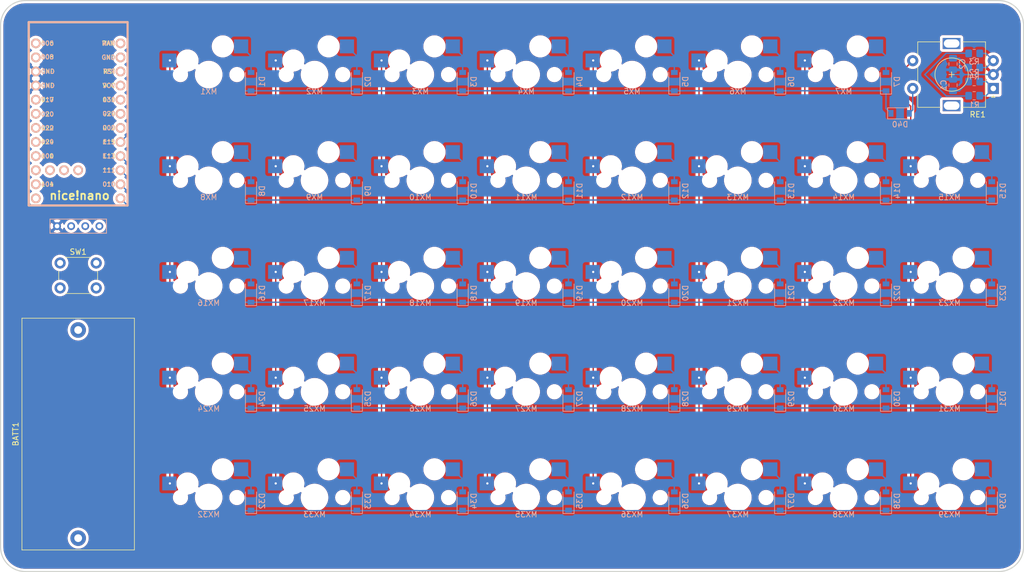
<source format=kicad_pcb>
(kicad_pcb (version 20211014) (generator pcbnew)
  (layers (0 "F.Cu" signal) (31 "B.Cu" signal) (34 "B.Paste" user) (35 "F.Paste" user) (36 "B.SilkS" user "B.Silkscreen") (37 "F.SilkS" user "F.Silkscreen") (38 "B.Mask" user) (39 "F.Mask" user) (44 "Edge.Cuts" user))
  (net 0 "")
  (net 1 "row0")
  (net 2 "row1")
  (net 3 "row2")
  (net 4 "Net-(D23-Pad2)")
  (net 5 "row3")
  (net 6 "row4")
  (net 7 "Net-(D40-Pad2)")
  (net 8 "col0")
  (net 9 "col1")
  (net 10 "col2")
  (net 11 "col3")
  (net 12 "col4")
  (net 13 "col5")
  (net 14 "Net-(BATT1-Pad1)")
  (net 15 "Net-(BATT1-Pad2)")
  (net 16 "RE_A")
  (net 17 "RE_B")
  (net 18 "VCC")
  (net 19 "Net-(RE1-PadA)")
  (net 20 "Net-(SW1-Pad1)")
  (net 21 "Earth")
  (net 22 "Net-(D1-Pad2)")
  (net 23 "Net-(D2-Pad2)")
  (net 24 "Net-(D3-Pad2)")
  (net 25 "Net-(D4-Pad2)")
  (net 26 "Net-(D5-Pad2)")
  (net 27 "Net-(D6-Pad2)")
  (net 28 "Net-(D7-Pad2)")
  (net 29 "Net-(D8-Pad2)")
  (net 30 "Net-(D9-Pad2)")
  (net 31 "Net-(D10-Pad2)")
  (net 32 "Net-(D11-Pad2)")
  (net 33 "Net-(D12-Pad2)")
  (net 34 "Net-(D13-Pad2)")
  (net 35 "Net-(D14-Pad2)")
  (net 36 "Net-(D15-Pad2)")
  (net 37 "Net-(D16-Pad2)")
  (net 38 "Net-(D17-Pad2)")
  (net 39 "Net-(D18-Pad2)")
  (net 40 "Net-(D19-Pad2)")
  (net 41 "Net-(D20-Pad2)")
  (net 42 "Net-(D21-Pad2)")
  (net 43 "Net-(D22-Pad2)")
  (net 44 "Net-(D24-Pad2)")
  (net 45 "Net-(D25-Pad2)")
  (net 46 "Net-(D26-Pad2)")
  (net 47 "Net-(D27-Pad2)")
  (net 48 "Net-(D28-Pad2)")
  (net 49 "Net-(D29-Pad2)")
  (net 50 "Net-(D30-Pad2)")
  (net 51 "Net-(D31-Pad2)")
  (net 52 "Net-(D32-Pad2)")
  (net 53 "Net-(D33-Pad2)")
  (net 54 "Net-(D34-Pad2)")
  (net 55 "Net-(D35-Pad2)")
  (net 56 "Net-(D36-Pad2)")
  (net 57 "Net-(D37-Pad2)")
  (net 58 "Net-(D38-Pad2)")
  (net 59 "Net-(D39-Pad2)")
  (net 60 "col6")
  (net 61 "col7")
  (net 62 "Net-(U1-Pad2)")
  (net 63 "Net-(U1-Pad1)")
  (net 64 "Net-(R3-Pad2)")
  (footprint "MX_Only:MXOnly-1U-Hotswap-NoLED" (layer "F.Cu") (at 98.425 31.75)
    (fp_text reference "MX3")
    (fp_text value "MX-NoLED")
  )
  (footprint "MX_Only:MXOnly-1U-Hotswap-NoLED" (layer "F.Cu") (at 117.475 69.85)
    (fp_text reference "MX19")
    (fp_text value "MX-NoLED")
  )
  (footprint "MX_Only:MXOnly-1U-Hotswap-NoLED" (layer "F.Cu") (at 174.625 88.9)
    (fp_text reference "MX30")
    (fp_text value "MX-NoLED")
  )
  (footprint "MX_Only:MXOnly-1U-Hotswap-NoLED" (layer "F.Cu") (at 155.575 88.9)
    (fp_text reference "MX29")
    (fp_text value "MX-NoLED")
  )
  (footprint "MX_Only:MXOnly-1U-Hotswap-NoLED" (layer "F.Cu") (at 117.475 107.95)
    (fp_text reference "MX35")
    (fp_text value "MX-NoLED")
  )
  (footprint "MX_Only:MXOnly-1U-Hotswap-NoLED" (layer "F.Cu") (at 60.325 31.75)
    (fp_text reference "MX1")
    (fp_text value "MX-NoLED")
  )
  (footprint "MX_Only:MXOnly-1U-Hotswap-NoLED" (layer "F.Cu") (at 136.525 69.85)
    (fp_text reference "MX20")
    (fp_text value "MX-NoLED")
  )
  (footprint "yuchi_kbd_lib:OLED_4Pin" (layer "F.Cu") (at 36.83 59.055)
    (fp_text reference "OLED1" hide)
    (fp_text value "Conn_01x04" hide)
  )
  (footprint "MX_Only:MXOnly-1U-Hotswap-NoLED" (layer "F.Cu") (at 117.475 31.75)
    (fp_text reference "MX4")
    (fp_text value "MX-NoLED")
  )
  (footprint "MX_Only:MXOnly-1U-Hotswap-NoLED" (layer "F.Cu") (at 155.575 107.95)
    (fp_text reference "MX37")
    (fp_text value "MX-NoLED")
  )
  (footprint "Button_Switch_THT:SW_PUSH_6mm_H5mm" (layer "F.Cu") (at 33.58 65.695)
    (fp_text reference "SW1")
    (fp_text value "SW_Push_Dual")
  )
  (footprint "MX_Only:MXOnly-1U-Hotswap-NoLED" (layer "F.Cu") (at 155.575 69.85)
    (fp_text reference "MX21")
    (fp_text value "MX-NoLED")
  )
  (footprint "MX_Only:MXOnly-1U-Hotswap-NoLED" (layer "F.Cu") (at 98.425 69.85)
    (fp_text reference "MX18")
    (fp_text value "MX-NoLED")
  )
  (footprint "MX_Only:MXOnly-1U-Hotswap-NoLED" (layer "F.Cu") (at 174.625 50.8)
    (fp_text reference "MX14")
    (fp_text value "MX-NoLED")
  )
  (footprint "MX_Only:MXOnly-1U-Hotswap-NoLED" (layer "F.Cu") (at 98.425 107.95)
    (fp_text reference "MX34")
    (fp_text value "MX-NoLED")
  )
  (footprint "MX_Only:MXOnly-1U-Hotswap-NoLED" (layer "F.Cu") (at 98.425 50.8)
    (fp_text reference "MX10")
    (fp_text value "MX-NoLED")
  )
  (footprint "MX_Only:MXOnly-1U-Hotswap-NoLED" (layer "F.Cu") (at 60.325 69.85)
    (fp_text reference "MX16")
    (fp_text value "MX-NoLED")
  )
  (footprint "MX_Only:MXOnly-1U-Hotswap-NoLED" (layer "F.Cu") (at 136.525 31.75)
    (fp_text reference "MX5")
    (fp_text value "MX-NoLED")
  )
  (footprint "MX_Only:MXOnly-1U-Hotswap-NoLED" (layer "F.Cu") (at 193.675 69.85)
    (fp_text reference "MX23")
    (fp_text value "MX-NoLED")
  )
  (footprint "MX_Only:MXOnly-1U-Hotswap-NoLED" (layer "F.Cu") (at 79.375 31.75)
    (fp_text reference "MX2")
    (fp_text value "MX-NoLED")
  )
  (footprint "MX_Only:MXOnly-1U-Hotswap-NoLED" (layer "F.Cu") (at 60.325 88.9)
    (fp_text reference "MX24")
    (fp_text value "MX-NoLED")
  )
  (footprint "MX_Only:MXOnly-1U-Hotswap-NoLED" (layer "F.Cu") (at 155.575 31.75)
    (fp_text reference "MX6")
    (fp_text value "MX-NoLED")
  )
  (footprint "MX_Only:MXOnly-1U-Hotswap-NoLED" (layer "F.Cu") (at 117.475 50.8)
    (fp_text reference "MX11")
    (fp_text value "MX-NoLED")
  )
  (footprint "MX_Only:MXOnly-1U-Hotswap-NoLED" (layer "F.Cu") (at 174.625 31.75)
    (fp_text reference "MX7")
    (fp_text value "MX-NoLED")
  )
  (footprint "MX_Only:MXOnly-1U-Hotswap-NoLED" (layer "F.Cu") (at 155.575 50.8)
    (fp_text reference "MX13")
    (fp_text value "MX-NoLED")
  )
  (footprint "MX_Only:MXOnly-1U-Hotswap-NoLED" (layer "F.Cu") (at 79.375 88.9)
    (fp_text reference "MX25")
    (fp_text value "MX-NoLED")
  )
  (footprint "MX_Only:MXOnly-1U-Hotswap-NoLED" (layer "F.Cu") (at 117.475 88.9)
    (fp_text reference "MX27")
    (fp_text value "MX-NoLED")
  )
  (footprint "MX_Only:MXOnly-1U-Hotswap-NoLED" (layer "F.Cu") (at 193.675 50.8)
    (fp_text reference "MX15")
    (fp_text value "MX-NoLED")
  )
  (footprint "MX_Only:MXOnly-1U-Hotswap-NoLED" (layer "F.Cu") (at 79.375 50.8)
    (fp_text reference "MX9")
    (fp_text value "MX-NoLED")
  )
  (footprint "MX_Only:MXOnly-1U-Hotswap-NoLED" (layer "F.Cu") (at 174.625 107.95)
    (fp_text reference "MX38")
    (fp_text value "MX-NoLED")
  )
  (footprint "Capacitor_THT:C_Rect_L41.5mm_W20.0mm_P37.50mm_MKS4" (layer "F.Cu") (at 36.83 115.27 90)
    (fp_text reference "BATT1")
    (fp_text value "Conn_02x01")
  )
  (footprint "MX_Only:MXOnly-1U-Hotswap-NoLED" (layer "F.Cu") (at 60.325 50.8)
    (fp_text reference "MX8")
    (fp_text value "MX-NoLED")
  )
  (footprint "MX_Only:MXOnly-1U-Hotswap-NoLED" (layer "F.Cu") (at 98.425 88.9)
    (fp_text reference "MX26")
    (fp_text value "MX-NoLED")
  )
  (footprint "MX_Only:MXOnly-1U-Hotswap-NoLED" (layer "F.Cu") (at 136.525 107.95)
    (fp_text reference "MX36")
    (fp_text value "MX-NoLED")
  )
  (footprint "MX_Only:MXOnly-1U-Hotswap-NoLED" (layer "F.Cu") (at 136.525 88.9)
    (fp_text reference "MX28")
    (fp_text value "MX-NoLED")
  )
  (footprint "MX_Only:MXOnly-1U-Hotswap-NoLED" (layer "F.Cu") (at 193.675 107.95)
    (fp_text reference "MX39")
    (fp_text value "MX-NoLED")
  )
  (footprint "Rotary_Encoder:RotaryEncoder_Alps_EC11E-Switch_Vertical_H20mm" (layer "F.Cu") (at 201.56 34.25 180)
    (fp_text reference "RE1")
    (fp_text value "RotaryEncoder_Switch")
  )
  (footprint "MX_Only:MXOnly-1U-Hotswap-NoLED" (layer "F.Cu") (at 79.375 107.95)
    (fp_text reference "MX33")
    (fp_text value "MX-NoLED")
  )
  (footprint "MX_Only:MXOnly-1U-Hotswap-NoLED" (layer "F.Cu") (at 79.375 69.85)
    (fp_text reference "MX17")
    (fp_text value "MX-NoLED")
  )
  (footprint "MX_Only:MXOnly-1U-Hotswap-NoLED" (layer "F.Cu") (at 193.675 88.9)
    (fp_text reference "MX31")
    (fp_text value "MX-NoLED")
  )
  (footprint "nice-nano-kicad-master:nice_nano" (layer "F.Cu") (at 36.83 40.08675 -90)
    (fp_text reference "U1" hide)
    (fp_text value "nice_nano" hide)
  )
  (footprint "MX_Only:MXOnly-1U-Hotswap-NoLED" (layer "F.Cu") (at 136.525 50.8)
    (fp_text reference "MX12")
    (fp_text value "MX-NoLED")
  )
  (footprint "MX_Only:MXOnly-1U-Hotswap-NoLED" (layer "F.Cu") (at 60.325 107.95)
    (fp_text reference "MX32")
    (fp_text value "MX-NoLED")
  )
  (footprint "MX_Only:MXOnly-1U-Hotswap-NoLED" (layer "F.Cu") (at 174.625 69.85)
    (fp_text reference "MX22")
    (fp_text value "MX-NoLED")
  )
  (footprint "Diode_SMD:D_SOD-123" (layer "B.Cu") (at 125.095 52.705 90)
    (fp_text reference "D11")
    (fp_text value "D_Small")
  )
  (footprint "Diode_SMD:D_SOD-123" (layer "B.Cu") (at 163.195 33.02 90)
    (fp_text reference "D6")
    (fp_text value "D_Small")
  )
  (footprint "Diode_SMD:D_SOD-123" (layer "B.Cu") (at 163.195 71.12 90)
    (fp_text reference "D21")
    (fp_text value "D_Small")
  )
  (footprint "Diode_SMD:D_SOD-123" (layer "B.Cu") (at 106.045 52.705 90)
    (fp_text reference "D10")
    (fp_text value "D_Small")
  )
  (footprint "Diode_SMD:D_SOD-123" (layer "B.Cu") (at 144.145 90.17 90)
    (fp_text reference "D28")
    (fp_text value "D_Small")
  )
  (footprint "Diode_SMD:D_SOD-123" (layer "B.Cu") (at 106.045 71.12 90)
    (fp_text reference "D18")
    (fp_text value "D_Small")
  )
  (footprint "Diode_SMD:D_SOD-123" (layer "B.Cu") (at 67.945 90.17 90)
    (fp_text reference "D24")
    (fp_text value "D_Small")
  )
  (footprint "Diode_SMD:D_SOD-123" (layer "B.Cu") (at 182.245 90.17 90)
    (fp_text reference "D30")
    (fp_text value "D_Small")
  )
  (footprint "Resistor_SMD:R_0805_2012Metric_Pad1.20x1.40mm_HandSolder" (layer "B.Cu") (at 198.12 30.48)
    (fp_text reference "R4")
    (fp_text value "R_Small")
  )
  (footprint "Diode_SMD:D_SOD-123" (layer "B.Cu") (at 106.045 90.17 90)
    (fp_text reference "D26")
    (fp_text value "D_Small")
  )
  (footprint "Resistor_SMD:R_0805_2012Metric_Pad1.20x1.40mm_HandSolder" (layer "B.Cu") (at 198.12 33.02 180)
    (fp_text reference "R2")
    (fp_text value "R_Small")
  )
  (footprint "Diode_SMD:D_SOD-123" (layer "B.Cu") (at 86.995 33.02 90)
    (fp_text reference "D2")
    (fp_text value "D_Small")
  )
  (footprint "Capacitor_SMD:C_0805_2012Metric_Pad1.18x1.45mm_HandSolder" (layer "B.Cu") (at 194.31 29.845 90)
    (fp_text reference "C2")
    (fp_text value "C_Small")
  )
  (footprint "Diode_SMD:D_SOD-123" (layer "B.Cu") (at 125.095 108.585 90)
    (fp_text reference "D35")
    (fp_text value "D_Small")
  )
  (footprint "Resistor_SMD:R_0805_2012Metric_Pad1.20x1.40mm_HandSolder" (layer "B.Cu") (at 198.12 35.56)
    (fp_text reference "R1")
    (fp_text value "R_Small")
  )
  (footprint "Diode_SMD:D_SOD-123" (layer "B.Cu") (at 86.995 90.17 90)
    (fp_text reference "D25")
    (fp_text value "D_Small")
  )
  (footprint "Diode_SMD:D_SOD-123" (layer "B.Cu") (at 106.045 108.585 90)
    (fp_text reference "D34")
    (fp_text value "D_Small")
  )
  (footprint "Diode_SMD:D_SOD-123" (layer "B.Cu") (at 201.295 52.705 90)
    (fp_text reference "D15")
    (fp_text value "D_Small")
  )
  (footprint "Diode_SMD:D_SOD-123" (layer "B.Cu") (at 182.245 71.12 90)
    (fp_text reference "D22")
    (fp_text value "D_Small")
  )
  (footprint "Diode_SMD:D_SOD-123" (layer "B.Cu") (at 144.145 71.12 90)
    (fp_text reference "D20")
    (fp_text value "D_Small")
  )
  (footprint "Diode_SMD:D_SOD-123" (layer "B.Cu") (at 144.145 52.705 90)
    (fp_text reference "D12")
    (fp_text value "D_Small")
  )
  (footprint "Diode_SMD:D_SOD-123" (layer "B.Cu") (at 67.945 52.705 90)
    (fp_text reference "D8")
    (fp_text value "D_Small")
  )
  (footprint "Diode_SMD:D_SOD-123" (layer "B.Cu") (at 163.195 108.585 90)
    (fp_text reference "D37")
    (fp_text value "D_Small")
  )
  (footprint "Diode_SMD:D_SOD-123" (layer "B.Cu") (at 86.995 108.585 90)
    (fp_text reference "D33")
    (fp_text value "D_Small")
  )
  (footprint "Diode_SMD:D_SOD-123" (layer "B.Cu") (at 67.945 33.02 90)
    (fp_text reference "D1")
    (fp_text value "D_Small")
  )
  (footprint "Diode_SMD:D_SOD-123" (layer "B.Cu") (at 125.095 90.17 90)
    (fp_text reference "D27")
    (fp_text value "D_Small")
  )
  (footprint "Diode_SMD:D_SOD-123" (layer "B.Cu") (at 106.045 33.02 90)
    (fp_text reference "D3")
    (fp_text value "D_Small")
  )
  (footprint "Diode_SMD:D_SOD-123" (layer "B.Cu") (at 182.245 108.585 90)
    (fp_text reference "D38")
    (fp_text value "D_Small")
  )
  (footprint "Diode_SMD:D_SOD-123" (layer "B.Cu") (at 201.295 108.585 90)
    (fp_text reference "D39")
    (fp_text value "D_Small")
  )
  (footprint "Diode_SMD:D_SOD-123" (layer "B.Cu") (at 163.195 52.705 90)
    (fp_text reference "D13")
    (fp_text value "D_Small")
  )
  (footprint "Diode_SMD:D_SOD-123" (layer "B.Cu") (at 144.145 33.02 90)
    (fp_text reference "D5")
    (fp_text value "D_Small")
  )
  (footprint "Diode_SMD:D_SOD-123" (layer "B.Cu") (at 182.245 33.02 90)
    (fp_text reference "D7")
    (fp_text value "D_Small")
  )
  (footprint "Diode_SMD:D_SOD-123" (layer "B.Cu") (at 163.195 90.17 90)
    (fp_text reference "D29")
    (fp_text value "D_Small")
  )
  (footprint "Diode_SMD:D_SOD-123" (layer "B.Cu") (at 86.995 52.705 90)
    (fp_text reference "D9")
    (fp_text value "D_Small")
  )
  (footprint "Capacitor_SMD:C_0805_2012Metric_Pad1.18x1.45mm_HandSolder" (layer "B.Cu") (at 194.31 33.655 -90)
    (fp_text reference "C1")
    (fp_text value "C_Small")
  )
  (footprint "Diode_SMD:D_SOD-123" (layer "B.Cu") (at 144.145 108.585 90)
    (fp_text reference "D36")
    (fp_text value "D_Small")
  )
  (footprint "Diode_SMD:D_SOD-123" (layer "B.Cu") (at 125.095 33.02 90)
    (fp_text reference "D4")
    (fp_text value "D_Small")
  )
  (footprint "Diode_SMD:D_SOD-123" (layer "B.Cu") (at 67.945 108.585 90)
    (fp_text reference "D32")
    (fp_text value "D_Small")
  )
  (footprint "Diode_SMD:D_SOD-123" (layer "B.Cu") (at 201.295 71.12 90)
    (fp_text reference "D23")
    (fp_text value "D_Small")
  )
  (footprint "Diode_SMD:D_SOD-123" (layer "B.Cu") (at 201.295 90.17 90)
    (fp_text reference "D31")
    (fp_text value "D_Small")
  )
  (footprint "Diode_SMD:D_SOD-123" (layer "B.Cu") (at 182.245 52.705 90)
    (fp_text reference "D14")
    (fp_text value "D_Small")
  )
  (footprint "Diode_SMD:D_SOD-123" (layer "B.Cu") (at 125.095 71.12 90)
    (fp_text reference "D19")
    (fp_text value "D_Small")
  )
  (footprint "Diode_SMD:D_SOD-123" (layer "B.Cu") (at 67.945 71.12 90)
    (fp_text reference "D16")
    (fp_text value "D_Small")
  )
  (footprint "Diode_SMD:D_SOD-123" (layer "B.Cu") (at 86.995 71.12 90)
    (fp_text reference "D17")
    (fp_text value "D_Small")
  )
  (footprint "Diode_SMD:D_SOD-123" (layer "B.Cu") (at 184.785 38.735)
    (fp_text reference "D40")
    (fp_text value "D_Small")
  )
  (footprint "Resistor_SMD:R_0805_2012Metric_Pad1.20x1.40mm_HandSolder" (layer "B.Cu") (at 198.12 27.94)
    (fp_text reference "R3")
    (fp_text value "R_Small")
  )
  (gr_arc (start 202.565 18.415) (mid 205.708089 19.71691) (end 207.01 22.86) (layer "Edge.Cuts") (width 0.2))
  (gr_arc (start 27.305 121.285) (mid 24.161911 119.98309) (end 22.86 116.84) (layer "Edge.Cuts") (width 0.2))
  (gr_arc (start 207.01 116.84) (mid 205.70809 119.983089) (end 202.565 121.285) (layer "Edge.Cuts") (width 0.2))
  (gr_line (start 27.305 18.415) (end 202.565 18.415) (layer "Edge.Cuts") (width 0.2))
  (gr_line (start 207.01 22.86) (end 207.01 116.84) (layer "Edge.Cuts") (width 0.2))
  (gr_line (start 202.565 121.285) (end 27.305 121.285) (layer "Edge.Cuts") (width 0.2))
  (gr_line (start 22.86 116.84) (end 22.86 22.86) (layer "Edge.Cuts") (width 0.2))
  (gr_arc (start 22.86 22.86) (mid 24.16191 19.716911) (end 27.305 18.415) (layer "Edge.Cuts") (width 0.2))
  (segment (start 67.945 34.67) (end 53.67675 34.67) (width 0.25) (layer "B.Cu") (net 1))
  (segment (start 67.945 34.67) (end 182.245 34.67) (width 0.25) (layer "B.Cu") (net 1))
  (segment (start 182.245 34.67) (end 182.245 37.845) (width 0.25) (layer "B.Cu") (net 1))
  (segment (start 182.245 37.845) (end 183.135 38.735) (width 0.25) (layer "B.Cu") (net 1))
  (segment (start 53.67675 34.67) (end 44.45 43.89675) (width 0.25) (layer "B.Cu") (net 1))
  (segment (start 67.945 54.355) (end 201.295 54.355) (width 0.25) (layer "B.Cu") (net 2))
  (segment (start 67.945 54.355) (end 52.36825 54.355) (width 0.25) (layer "B.Cu") (net 2))
  (segment (start 52.36825 54.355) (end 44.45 46.43675) (width 0.25) (layer "B.Cu") (net 2))
  (segment (start 67.945 72.77) (end 201.295 72.77) (width 0.25) (layer "B.Cu") (net 3))
  (segment (start 67.945 72.77) (end 51.815 72.77) (width 0.25) (layer "B.Cu") (net 3))
  (segment (start 48.52404 69.47904) (end 48.52404 53.05079) (width 0.25) (layer "B.Cu") (net 3))
  (segment (start 48.52404 53.05079) (end 44.45 48.97675) (width 0.25) (layer "B.Cu") (net 3))
  (segment (start 51.815 72.77) (end 48.52404 69.47904) (width 0.25) (layer "B.Cu") (net 3))
  (segment (start 201.295 69.47) (end 201.295 66.548) (width 0.25) (layer "B.Cu") (net 4))
  (segment (start 201.295 66.548) (end 199.517 64.77) (width 0.25) (layer "B.Cu") (net 4))
  (segment (start 67.945 91.82) (end 201.295 91.82) (width 0.25) (layer "B.Cu") (net 5))
  (segment (start 67.945 91.82) (end 51.815 91.82) (width 0.25) (layer "B.Cu") (net 5))
  (segment (start 48.07452 55.14127) (end 44.45 51.51675) (width 0.25) (layer "B.Cu") (net 5))
  (segment (start 48.07452 88.07952) (end 48.07452 55.14127) (width 0.25) (layer "B.Cu") (net 5))
  (segment (start 51.815 91.82) (end 48.07452 88.07952) (width 0.25) (layer "B.Cu") (net 5))
  (segment (start 67.945 110.235) (end 68.028421 110.318421) (width 0.25) (layer "B.Cu") (net 6))
  (segment (start 47.625 57.23175) (end 44.45 54.05675) (width 0.25) (layer "B.Cu") (net 6))
  (segment (start 68.028421 110.318421) (end 201.211579 110.318421) (width 0.25) (layer "B.Cu") (net 6))
  (segment (start 201.211579 110.318421) (end 201.295 110.235) (width 0.25) (layer "B.Cu") (net 6))
  (segment (start 47.625 106.045) (end 47.625 57.23175) (width 0.25) (layer "B.Cu") (net 6))
  (segment (start 67.945 110.235) (end 67.861579 110.318421) (width 0.25) (layer "B.Cu") (net 6))
  (segment (start 51.898421 110.318421) (end 47.625 106.045) (width 0.25) (layer "B.Cu") (net 6))
  (segment (start 67.861579 110.318421) (end 51.898421 110.318421) (width 0.25) (layer "B.Cu") (net 6))
  (segment (start 187.06 34.25) (end 187.06 38.11) (width 0.25) (layer "B.Cu") (net 7))
  (segment (start 187.06 38.11) (end 186.435 38.735) (width 0.25) (layer "B.Cu") (net 7))
  (segment (start 53.34 29.21) (end 53.34 105.41) (width 0.25) (layer "F.Cu") (net 8))
  (via (at 53.34 29.21) (size 0.8) (drill 0.4) (layers "F.Cu" "B.Cu") (net 8))
  (via (at 53.34 48.26) (size 0.8) (drill 0.4) (layers "F.Cu" "B.Cu") (net 8))
  (via (at 53.34 67.31) (size 0.8) (drill 0.4) (layers "F.Cu" "B.Cu") (net 8))
  (via (at 53.34 86.36) (size 0.8) (drill 0.4) (layers "F.Cu" "B.Cu") (net 8))
  (via (at 53.34 105.41) (size 0.8) (drill 0.4) (layers "F.Cu" "B.Cu") (net 8))
  (segment (start 72.39 105.41) (end 72.39 29.21) (width 0.25) (layer "F.Cu") (net 9))
  (via (at 72.39 86.36) (size 0.8) (drill 0.4) (layers "F.Cu" "B.Cu") (net 9))
  (via (at 72.39 67.31) (size 0.8) (drill 0.4) (layers "F.Cu" "B.Cu") (net 9))
  (via (at 72.39 29.21) (size 0.8) (drill 0.4) (layers "F.Cu" "B.Cu") (net 9))
  (via (at 72.39 105.41) (size 0.8) (drill 0.4) (layers "F.Cu" "B.Cu") (net 9))
  (via (at 72.39 48.26) (size 0.8) (drill 0.4) (layers "F.Cu" "B.Cu") (net 9))
  (segment (start 91.44 29.21) (end 91.44 105.41) (width 0.25) (layer "F.Cu") (net 10))
  (via (at 91.44 86.36) (size 0.8) (drill 0.4) (layers "F.Cu" "B.Cu") (net 10))
  (via (at 91.44 29.21) (size 0.8) (drill 0.4) (layers "F.Cu" "B.Cu") (net 10))
  (via (at 91.44 48.26) (size 0.8) (drill 0.4) (layers "F.Cu" "B.Cu") (net 10))
  (via (at 91.44 67.31) (size 0.8) (drill 0.4) (layers "F.Cu" "B.Cu") (net 10))
  (via (at 91.44 105.41) (size 0.8) (drill 0.4) (layers "F.Cu" "B.Cu") (net 10))
  (segment (start 110.49 105.41) (end 110.49 29.21) (width 0.25) (layer "F.Cu") (net 11))
  (via (at 110.49 105.41) (size 0.8) (drill 0.4) (layers "F.Cu" "B.Cu") (net 11))
  (via (at 110.49 48.26) (size 0.8) (drill 0.4) (layers "F.Cu" "B.Cu") (net 11))
  (via (at 110.49 29.21) (size 0.8) (drill 0.4) (layers "F.Cu" "B.Cu") (net 11))
  (via (at 110.49 86.36) (size 0.8) (drill 0.4) (layers "F.Cu" "B.Cu") (net 11))
  (via (at 110.49 67.31) (size 0.8) (drill 0.4) (layers "F.Cu" "B.Cu") (net 11))
  (segment (start 129.54 29.21) (end 129.54 105.41) (width 0.25) (layer "F.Cu") (net 12))
  (via (at 129.54 86.36) (size 0.8) (drill 0.4) (layers "F.Cu" "B.Cu") (net 12))
  (via (at 129.54 105.41) (size 0.8) (drill 0.4) (layers "F.Cu" "B.Cu") (net 12))
  (via (at 129.54 67.31) (size 0.8) (drill 0.4) (layers "F.Cu" "B.Cu") (net 12))
  (via (at 129.54 48.26) (size 0.8) (drill 0.4) (layers "F.Cu" "B.Cu") (net 12))
  (via (at 129.54 29.21) (size 0.8) (drill 0.4) (layers "F.Cu" "B.Cu") (net 12))
  (segment (start 148.59 105.41) (end 148.59 29.21) (width 0.25) (layer "F.Cu") (net 13))
  (via (at 148.59 67.31) (size 0.8) (drill 0.4) (layers "F.Cu" "B.Cu") (net 13))
  (via (at 148.59 105.41) (size 0.8) (drill 0.4) (layers "F.Cu" "B.Cu") (net 13))
  (via (at 148.59 86.36) (size 0.8) (drill 0.4) (layers "F.Cu" "B.Cu") (net 13))
  (via (at 148.59 48.26) (size 0.8) (drill 0.4) (layers "F.Cu" "B.Cu") (net 13))
  (via (at 148.59 29.21) (size 0.8) (drill 0.4) (layers "F.Cu" "B.Cu") (net 13))
  (segment (start 197.12 33.02) (end 195.4475 34.6925) (width 0.25) (layer "B.Cu") (net 16))
  (segment (start 195.4475 34.6925) (end 194.31 34.6925) (width 0.25) (layer "B.Cu") (net 16))
  (segment (start 195.4475 28.8075) (end 194.31 28.8075) (width 0.25) (layer "B.Cu") (net 17))
  (segment (start 197.12 30.48) (end 195.4475 28.8075) (width 0.25) (layer "B.Cu") (net 17))
  (segment (start 197.12 27.94) (end 197.07548 27.89548) (width 0.25) (layer "B.Cu") (net 18))
  (segment (start 193.08452 35.60452) (end 189.23 31.75) (width 0.25) (layer "B.Cu") (net 18))
  (segment (start 197.12 35.56) (end 197.07548 35.60452) (width 0.25) (layer "B.Cu") (net 18))
  (segment (start 197.07548 27.89548) (end 193.08452 27.89548) (width 0.25) (layer "B.Cu") (net 18))
  (segment (start 193.08452 27.89548) (end 189.23 31.75) (width 0.25) (layer "B.Cu") (net 18))
  (segment (start 197.07548 35.60452) (end 193.08452 35.60452) (width 0.25) (layer "B.Cu") (net 18))
  (segment (start 200.25 35.56) (end 201.56 34.25) (width 0.25) (layer "B.Cu") (net 19))
  (segment (start 199.12 33.02) (end 200.33 33.02) (width 0.25) (layer "B.Cu") (net 19))
  (segment (start 199.12 35.56) (end 200.25 35.56) (width 0.25) (layer "B.Cu") (net 19))
  (segment (start 200.33 33.02) (end 201.56 34.25) (width 0.25) (layer "B.Cu") (net 19))
  (segment (start 194.31 31.75) (end 194.31 32.6175) (width 0.25) (layer "B.Cu") (net 21))
  (segment (start 194.31 30.8825) (end 194.31 31.75) (width 0.25) (layer "B.Cu") (net 21))
  (segment (start 194.31 31.75) (end 201.56 31.75) (width 0.25) (layer "B.Cu") (net 21))
  (segment (start 67.945 31.37) (end 67.945 28.448) (width 0.25) (layer "B.Cu") (net 22))
  (segment (start 67.945 28.448) (end 66.167 26.67) (width 0.25) (layer "B.Cu") (net 22))
  (segment (start 86.995 28.448) (end 85.217 26.67) (width 0.25) (layer "B.Cu") (net 23))
  (segment (start 86.995 31.37) (end 86.995 28.448) (width 0.25) (layer "B.Cu") (net 23))
  (segment (start 106.045 31.37) (end 106.045 28.448) (width 0.25) (layer "B.Cu") (net 24))
  (segment (start 106.045 28.448) (end 104.267 26.67) (width 0.25) (layer "B.Cu") (net 24))
  (segment (start 125.095 31.37) (end 125.095 28.448) (width 0.25) (layer "B.Cu") (net 25))
  (segment (start 125.095 28.448) (end 123.317 26.67) (width 0.25) (layer "B.Cu") (net 25))
  (segment (start 144.145 28.448) (end 142.367 26.67) (width 0.25) (layer "B.Cu") (net 26))
  (segment (start 144.145 31.37) (end 144.145 28.448) (width 0.25) (layer "B.Cu") (net 26))
  (segment (start 163.195 31.37) (end 163.195 28.448) (width 0.25) (layer "B.Cu") (net 27))
  (segment (start 163.195 28.448) (end 161.417 26.67) (width 0.25) (layer "B.Cu") (net 27))
  (segment (start 182.245 31.37) (end 182.245 28.448) (width 0.25) (layer "B.Cu") (net 28))
  (segment (start 182.245 28.448) (end 180.467 26.67) (width 0.25) (layer "B.Cu") (net 28))
  (segment (start 67.945 47.498) (end 66.167 45.72) (width 0.25) (layer "B.Cu") (net 29))
  (segment (start 67.945 51.055) (end 67.945 47.498) (width 0.25) (layer "B.Cu") (net 29))
  (segment (start 86.995 47.498) (end 85.217 45.72) (width 0.25) (layer "B.Cu") (net 30))
  (segment (start 86.995 51.055) (end 86.995 47.498) (width 0.25) (layer "B.Cu") (net 30))
  (segment (start 106.045 47.498) (end 104.267 45.72) (width 0.25) (layer "B.Cu") (net 31))
  (segment (start 106.045 51.055) (end 106.045 47.498) (width 0.25) (layer "B.Cu") (net 31))
  (segment (start 125.095 47.498) (end 123.317 45.72) (width 0.25) (layer "B.Cu") (net 32))
  (segment (start 125.095 51.055) (end 125.095 47.498) (width 0.25) (layer "B.Cu") (net 32))
  (segment (start 144.145 51.055) (end 144.145 47.498) (width 0.25) (layer "B.Cu") (net 33))
  (segment (start 144.145 47.498) (end 142.367 45.72) (width 0.25) (layer "B.Cu") (net 33))
  (segment (start 163.195 47.498) (end 161.417 45.72) (width 0.25) (layer "B.Cu") (net 34))
  (segment (start 163.195 51.055) (end 163.195 47.498) (width 0.25) (layer "B.Cu") (net 34))
  (segment (start 182.245 51.055) (end 182.245 47.498) (width 0.25) (layer "B.Cu") (net 35))
  (segment (start 182.245 47.498) (end 180.467 45.72) (width 0.25) (layer "B.Cu") (net 35))
  (segment (start 201.295 51.055) (end 201.295 47.498) (width 0.25) (layer "B.Cu") (net 36))
  (segment (start 201.295 47.498) (end 199.517 45.72) (width 0.25) (layer "B.Cu") (net 36))
  (segment (start 67.945 66.548) (end 66.167 64.77) (width 0.25) (layer "B.Cu") (net 37))
  (segment (start 67.945 69.47) (end 67.945 66.548) (width 0.25) (layer "B.Cu") (net 37))
  (segment (start 86.995 69.47) (end 86.995 66.548) (width 0.25) (layer "B.Cu") (net 38))
  (segment (start 86.995 66.548) (end 85.217 64.77) (width 0.25) (layer "B.Cu") (net 38))
  (segment (start 106.045 69.47) (end 106.045 66.548) (width 0.25) (layer "B.Cu") (net 39))
  (segment (start 106.045 66.548) (end 104.267 64.77) (width 0.25) (layer "B.Cu") (net 39))
  (segment (start 125.095 66.548) (end 123.317 64.77) (width 0.25) (layer "B.Cu") (net 40))
  (segment (start 125.095 69.47) (end 125.095 66.548) (width 0.25) (layer "B.Cu") (net 40))
  (segment (start 144.145 66.548) (end 142.367 64.77) (width 0.25) (layer "B.Cu") (net 41))
  (segment (start 144.145 69.47) (end 144.145 66.548) (width 0.25) (layer "B.Cu") (net 41))
  (segment (start 163.195 66.548) (end 161.417 64.77) (width 0.25) (layer "B.Cu") (net 42))
  (segment (start 163.195 69.47) (end 163.195 66.548) (width 0.25) (layer "B.Cu") (net 42))
  (segment (start 182.245 66.548) (end 180.467 64.77) (width 0.25) (layer "B.Cu") (net 43))
  (segment (start 182.245 69.47) (end 182.245 66.548) (width 0.25) (layer "B.Cu") (net 43))
  (segment (start 67.945 88.52) (end 67.945 85.598) (width 0.25) (layer "B.Cu") (net 44))
  (segment (start 67.945 85.598) (end 66.167 83.82) (width 0.25) (layer "B.Cu") (net 44))
  (segment (start 86.995 88.52) (end 86.995 85.598) (width 0.25) (layer "B.Cu") (net 45))
  (segment (start 86.995 85.598) (end 85.217 83.82) (width 0.25) (layer "B.Cu") (net 45))
  (segment (start 106.045 85.598) (end 104.267 83.82) (width 0.25) (layer "B.Cu") (net 46))
  (segment (start 106.045 88.52) (end 106.045 85.598) (width 0.25) (layer "B.Cu") (net 46))
  (segment (start 125.095 88.52) (end 125.095 85.598) (width 0.25) (layer "B.Cu") (net 47))
  (segment (start 125.095 85.598) (end 123.317 83.82) (width 0.25) (layer "B.Cu") (net 47))
  (segment (start 144.145 85.598) (end 142.367 83.82) (width 0.25) (layer "B.Cu") (net 48))
  (segment (start 144.145 88.52) (end 144.145 85.598) (width 0.25) (layer "B.Cu") (net 48))
  (segment (start 163.195 88.52) (end 163.195 85.598) (width 0.25) (layer "B.Cu") (net 49))
  (segment (start 163.195 85.598) (end 161.417 83.82) (width 0.25) (layer "B.Cu") (net 49))
  (segment (start 182.245 85.598) (end 180.467 83.82) (width 0.25) (layer "B.Cu") (net 50))
  (segment (start 182.245 88.52) (end 182.245 85.598) (width 0.25) (layer "B.Cu") (net 50))
  (segment (start 201.295 88.52) (end 201.295 85.598) (width 0.25) (layer "B.Cu") (net 51))
  (segment (start 201.295 85.598) (end 199.517 83.82) (width 0.25) (layer "B.Cu") (net 51))
  (segment (start 67.945 104.648) (end 66.167 102.87) (width 0.25) (layer "B.Cu") (net 52))
  (segment (start 67.945 106.935) (end 67.945 104.648) (width 0.25) (layer "B.Cu") (net 52))
  (segment (start 86.995 104.648) (end 85.217 102.87) (width 0.25) (layer "B.Cu") (net 53))
  (segment (start 86.995 106.935) (end 86.995 104.648) (width 0.25) (layer "B.Cu") (net 53))
  (segment (start 106.045 104.648) (end 104.267 102.87) (width 0.25) (layer "B.Cu") (net 54))
  (segment (start 106.045 106.935) (end 106.045 104.648) (width 0.25) (layer "B.Cu") (net 54))
  (segment (start 125.095 104.648) (end 123.317 102.87) (width 0.25) (layer "B.Cu") (net 55))
  (segment (start 125.095 106.935) (end 125.095 104.648) (width 0.25) (layer "B.Cu") (net 55))
  (segment (start 144.145 104.648) (end 142.367 102.87) (width 0.25) (layer "B.Cu") (net 56))
  (segment (start 144.145 106.935) (end 144.145 104.648) (width 0.25) (layer "B.Cu") (net 56))
  (segment (start 163.195 104.648) (end 161.417 102.87) (width 0.25) (layer "B.Cu") (net 57))
  (segment (start 163.195 106.935) (end 163.195 104.648) (width 0.25) (layer "B.Cu") (net 57))
  (segment (start 182.245 106.935) (end 182.245 104.648) (width 0.25) (layer "B.Cu") (net 58))
  (segment (start 182.245 104.648) (end 180.467 102.87) (width 0.25) (layer "B.Cu") (net 58))
  (segment (start 201.295 104.648) (end 199.517 102.87) (width 0.25) (layer "B.Cu") (net 59))
  (segment (start 201.295 106.935) (end 201.295 104.648) (width 0.25) (layer "B.Cu") (net 59))
  (segment (start 167.64 29.21) (end 167.64 105.41) (width 0.25) (layer "F.Cu") (net 60))
  (via (at 167.64 29.21) (size 0.8) (drill 0.4) (layers "F.Cu" "B.Cu") (net 60))
  (via (at 167.64 86.36) (size 0.8) (drill 0.4) (layers "F.Cu" "B.Cu") (net 60))
  (via (at 167.64 105.41) (size 0.8) (drill 0.4) (layers "F.Cu" "B.Cu") (net 60))
  (via (at 167.64 67.31) (size 0.8) (drill 0.4) (layers "F.Cu" "B.Cu") (net 60))
  (via (at 167.64 48.26) (size 0.8) (drill 0.4) (layers "F.Cu" "B.Cu") (net 60))
  (segment (start 186.69 105.41) (end 186.69 48.26) (width 0.25) (layer "F.Cu") (net 61))
  (segment (start 186.69 37.465) (end 184.785 35.56) (width 0.25) (layer "F.Cu") (net 61))
  (segment (start 184.785 31.525) (end 187.06 29.25) (width 0.25) (layer "F.Cu") (net 61))
  (segment (start 186.69 48.26) (end 186.69 37.465) (width 0.25) (layer "F.Cu") (net 61))
  (segment (start 184.785 35.56) (end 184.785 31.525) (width 0.25) (layer "F.Cu") (net 61))
  (via (at 186.69 48.26) (size 0.8) (drill 0.4) (layers "F.Cu" "B.Cu") (net 61))
  (via (at 186.69 67.31) (size 0.8) (drill 0.4) (layers "F.Cu" "B.Cu") (net 61))
  (via (at 186.69 86.36) (size 0.8) (drill 0.4) (layers "F.Cu" "B.Cu") (net 61))
  (via (at 186.69 105.41) (size 0.8) (drill 0.4) (layers "F.Cu" "B.Cu") (net 61))
  (segment (start 200.25 27.94) (end 201.56 29.25) (width 0.25) (layer "B.Cu") (net 64))
  (segment (start 199.12 30.48) (end 200.33 30.48) (width 0.25) (layer "B.Cu") (net 64))
  (segment (start 200.33 30.48) (end 201.56 29.25) (width 0.25) (layer "B.Cu") (net 64))
  (segment (start 199.12 27.94) (end 200.25 27.94) (width 0.25) (layer "B.Cu") (net 64))
  (zone (net 21) (net_name "Earth") (layers F&B.Cu) (connect_pads (clearance 0.508)) (min_thickness 0.254) (fill yes (thermal_gap 0.508) (thermal_bridge_width 0.508))
    (polygon (pts (xy 207.01 121.285) (xy 22.86 121.285) (xy 22.86 18.415) (xy 207.01 18.415)))
  )
)
</source>
